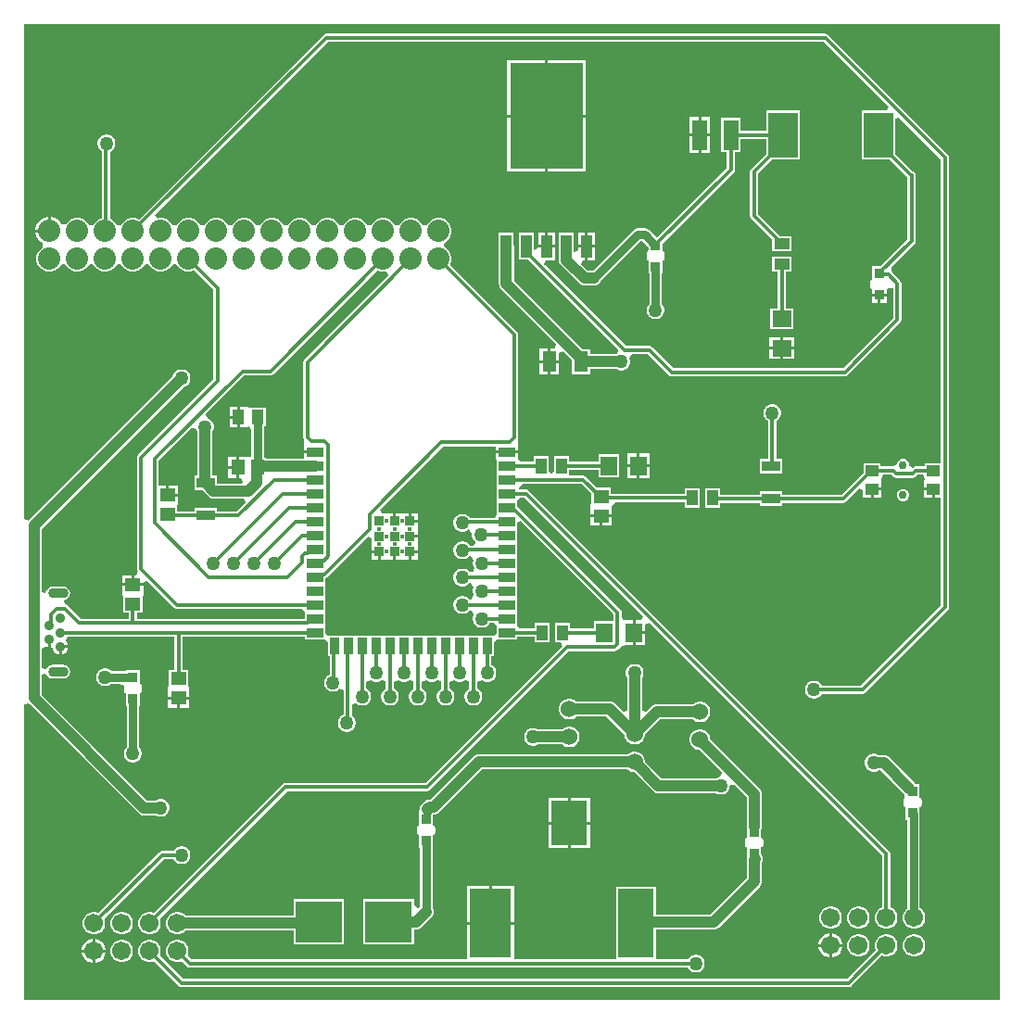
<source format=gbr>
%FSTAX23Y23*%
%MOMM*%
%SFA1B1*%

%IPPOS*%
%ADD17R,1.449997X1.249998*%
%ADD18R,1.249998X1.449997*%
%ADD19R,1.066798X1.346197*%
%ADD20R,4.241792X3.809992*%
%ADD21R,0.888998X0.952498*%
%ADD22R,3.299993X4.059992*%
%ADD23R,3.299993X6.349987*%
%ADD24R,3.809992X6.349987*%
%ADD25R,1.729997X0.969998*%
%ADD26R,1.449997X1.149998*%
%ADD27R,1.369997X2.809994*%
%ADD28R,1.289997X1.909996*%
%ADD29R,2.699995X4.099992*%
%ADD30R,0.899998X0.899998*%
%ADD31R,1.499997X0.899998*%
%ADD32R,0.899998X1.499997*%
%ADD33R,0.999998X1.419997*%
%ADD34R,0.999998X2.049996*%
%ADD35R,6.699987X9.699981*%
%ADD36R,1.419997X0.999998*%
%ADD37R,1.749997X1.499997*%
%ADD38R,1.499997X1.749997*%
%ADD39R,1.199998X0.999998*%
%ADD61C,1.701797*%
%ADD67C,0.761998*%
%ADD68C,1.015998*%
%ADD69C,0.380999*%
%ADD70C,1.523997*%
%ADD71C,2.031996*%
%ADD72C,0.399999*%
%ADD73C,0.899998*%
%ADD74O,1.849996X0.899998*%
%ADD75C,0.749999*%
%ADD76C,1.269997*%
%LNpcb1_copper_signal_top-1*%
%LPD*%
G36*
X32305Y66578D02*
X32608Y66497D01*
X32923*
X33085Y6654*
X33283Y66199*
X25608Y58524*
X25527Y58403*
X25498Y58259*
Y51343*
X25527Y512*
X25579Y51122*
X25564Y50741*
Y50165*
X26568*
Y49911*
X25564*
Y49459*
X22075*
Y49543*
X21892*
Y52362*
X22034*
Y54063*
X20612*
X20358Y5414*
X20262*
X19697*
Y53213*
Y52285*
X20358*
X20577Y52351*
X20753Y52037*
Y49623*
X20373Y49619*
X2012*
X19621*
Y48641*
Y47661*
X19767*
X19971Y4728*
X19899Y47173*
X17596*
Y47862*
X17201*
Y51896*
X17267Y5201*
X17322Y52216*
Y5243*
X17267Y52637*
X1716Y52823*
X17009Y52974*
X16823Y53081*
X16715Y5311*
X16596Y53377*
X16583Y53517*
X20072Y57006*
X22456*
X226Y57035*
X22722Y57116*
X32228Y66622*
X32305Y66578*
G37*
G36*
X89154Y0D02*
X0D01*
Y26965*
X00381Y27094*
X00399Y27069*
X10432Y17036*
X10576Y16926*
X10742Y16857*
X10922Y16834*
X12018*
X12132Y16768*
X12338Y16713*
X12552*
X12759Y16768*
X12945Y16875*
X13096Y17026*
X13203Y17212*
X13258Y17418*
Y17632*
X13203Y17839*
X13096Y18025*
X12945Y18176*
X12759Y18283*
X12552Y18338*
X12338*
X12132Y18283*
X12018Y18217*
X11208*
X0158Y27845*
Y29663*
X01961Y29779*
X01999Y29722*
X02012Y29703*
X02031Y29675*
X02138Y29515*
X02346Y29376*
X0259Y29327*
X0354*
X03785Y29376*
X03993Y29515*
X04132Y29722*
X04181Y29967*
X04132Y30212*
X03993Y3042*
X03785Y30559*
X0354Y30608*
X0259*
X02346Y30559*
X02138Y3042*
X02031Y3026*
X01999Y30212*
X01961Y30156*
X0158Y30272*
Y32063*
X01659Y3214*
X01961Y32267*
X02014Y32236*
X02159Y32198*
Y32893*
X02413*
Y32182*
X02581Y3215*
X02629Y31971*
X02722Y3181*
X02853Y31679*
X03014Y31586*
X03158Y31548*
Y32242*
X03285*
Y32369*
X0398*
X03941Y32514*
X03849Y32675*
X03826Y32697*
X03749Y32827*
X03918Y33159*
X13721*
Y30139*
X13194*
Y28787*
X13117Y28437*
Y28184*
Y27686*
X15075*
Y28184*
Y28437*
X14999Y28787*
Y30139*
X14472*
Y33159*
X25641*
Y329*
X27325*
X27496*
X27706Y32605*
Y3135*
X27888*
Y29715*
X2788Y29713*
X27694Y29606*
X27543Y29455*
X27436Y29269*
X27381Y29062*
Y28848*
X27436Y28642*
X27543Y28456*
X27694Y28305*
X2788Y28198*
X28086Y28143*
X283*
X28507Y28198*
X28693Y28305*
X28777Y28389*
X29054Y28321*
X29158Y28254*
Y26032*
X2915Y2603*
X28964Y25923*
X28813Y25772*
X28706Y25586*
X28651Y25379*
Y25165*
X28706Y24959*
X28813Y24773*
X28964Y24622*
X2915Y24515*
X29356Y2446*
X2957*
X29777Y24515*
X29963Y24622*
X30114Y24773*
X30221Y24959*
X30276Y25165*
Y25379*
X30221Y25586*
X30114Y25772*
X29963Y25923*
X29909Y25954*
Y26974*
X29957Y27008*
X3029Y27106*
X30361Y27035*
X30547Y26928*
X30753Y26873*
X30967*
X31174Y26928*
X3136Y27035*
X31511Y27186*
X31618Y27372*
X31673Y27578*
Y27792*
X31618Y27999*
X31511Y28185*
X3136Y28336*
X31242Y28403*
Y29044*
X31623Y29202*
X31631Y29194*
X31817Y29087*
X32023Y29032*
X32237*
X32444Y29087*
X3263Y29194*
X3265Y29215*
X33031Y29057*
Y28411*
X32901Y28336*
X3275Y28185*
X32643Y27999*
X32588Y27792*
Y27578*
X32643Y27372*
X3275Y27186*
X32901Y27035*
X33087Y26928*
X33293Y26873*
X33507*
X33714Y26928*
X339Y27035*
X34051Y27186*
X34158Y27372*
X34213Y27578*
Y27792*
X34158Y27999*
X34051Y28185*
X339Y28336*
X33782Y28403*
Y29044*
X34163Y29202*
X34171Y29194*
X34357Y29087*
X34563Y29032*
X34777*
X34984Y29087*
X3517Y29194*
X3519Y29215*
X35571Y29057*
Y28411*
X35441Y28336*
X3529Y28185*
X35183Y27999*
X35128Y27792*
Y27578*
X35183Y27372*
X3529Y27186*
X35441Y27035*
X35627Y26928*
X35833Y26873*
X36047*
X36254Y26928*
X3644Y27035*
X36591Y27186*
X36698Y27372*
X36753Y27578*
Y27792*
X36698Y27999*
X36591Y28185*
X3644Y28336*
X36322Y28403*
Y29044*
X36703Y29202*
X36711Y29194*
X36897Y29087*
X37103Y29032*
X37317*
X37524Y29087*
X3771Y29194*
X3773Y29215*
X38111Y29057*
Y28411*
X37981Y28336*
X3783Y28185*
X37723Y27999*
X37668Y27792*
Y27578*
X37723Y27372*
X3783Y27186*
X37981Y27035*
X38167Y26928*
X38373Y26873*
X38587*
X38794Y26928*
X3898Y27035*
X39131Y27186*
X39238Y27372*
X39293Y27578*
Y27792*
X39238Y27999*
X39131Y28185*
X3898Y28336*
X38862Y28403*
Y29044*
X39243Y29202*
X39251Y29194*
X39437Y29087*
X39643Y29032*
X39857*
X40064Y29087*
X4025Y29194*
X4027Y29215*
X40651Y29057*
Y28411*
X40521Y28336*
X4037Y28185*
X40263Y27999*
X40208Y27792*
Y27578*
X40263Y27372*
X4037Y27186*
X40521Y27035*
X40707Y26928*
X40913Y26873*
X41127*
X41334Y26928*
X4152Y27035*
X41671Y27186*
X41778Y27372*
X41833Y27578*
Y27792*
X41778Y27999*
X41671Y28185*
X4152Y28336*
X41402Y28403*
Y29044*
X41783Y29202*
X41791Y29194*
X41977Y29087*
X42183Y29032*
X42397*
X42604Y29087*
X4279Y29194*
X42941Y29345*
X43048Y29531*
X43103Y29737*
Y29951*
X43048Y30158*
X42941Y30344*
X4279Y30495*
X42672Y30562*
Y3135*
X42931*
Y32605*
X43141Y329*
X43312*
X44996*
Y33152*
X46647*
Y3264*
X48002*
Y34415*
X46647*
Y33903*
X45267*
X44996Y3417*
Y34536*
Y35425*
Y35806*
Y36695*
Y37076*
Y37965*
Y38346*
Y39235*
Y39616*
Y40505*
Y40886*
Y41775*
Y42156*
Y43045*
Y4306*
Y43559*
X45348Y43705*
X53824Y35229*
Y3458*
X52078*
Y33903*
X49872*
Y34415*
X48517*
Y3264*
X48969*
X49127Y32259*
X36674Y19806*
X23876*
X23732Y19777*
X2361Y19696*
X11846Y07932*
X11827Y07943*
X11565Y08013*
X11294*
X11032Y07943*
X10798Y07808*
X10606Y07616*
X10471Y07382*
X10401Y0712*
Y06849*
X10471Y06587*
X10606Y06353*
X10798Y06161*
X11032Y06026*
X11294Y05956*
X11565*
X11827Y06026*
X12061Y06161*
X12253Y06353*
X12388Y06587*
X12458Y06849*
Y0712*
X12388Y07382*
X12377Y07401*
X24031Y19055*
X3683*
X36973Y19084*
X37095Y19165*
X49762Y31832*
X5394*
X54083Y31861*
X54205Y31942*
X5442Y32158*
X54497Y32223*
X54698Y32354*
X5492Y32398*
X55578*
Y33528*
Y34656*
X54956*
X54701*
X54575Y34985*
Y35385*
X54547Y35528*
X54465Y3565*
X45152Y44963*
X4503Y45045*
X44996Y45052*
Y45585*
X45267Y45852*
X45691*
X56505Y35037*
X56348Y34656*
X55832*
Y33655*
X56709*
Y34295*
X5709Y34452*
X78364Y13179*
Y08457*
X78342Y08451*
X78108Y08316*
X77916Y08124*
X77781Y0789*
X77711Y07628*
Y07357*
X77781Y07095*
X77916Y06861*
X78108Y06669*
X78342Y06534*
X78604Y06464*
X78875*
X79137Y06534*
X79371Y06669*
X79563Y06861*
X79698Y07095*
X79768Y07357*
Y07628*
X79698Y0789*
X79563Y08124*
X79371Y08316*
X79137Y08451*
X79115Y08457*
Y13335*
X79086Y13478*
X79005Y136*
X46112Y46493*
X4599Y46574*
X45847Y46603*
X45283*
X45197Y46697*
Y46777*
X45539Y47122*
X50911*
X51802Y46231*
Y45424*
X51725Y45074*
Y44821*
Y44323*
X52705*
X53683*
Y44821*
Y45074*
X5368Y4509*
X53987Y45471*
X60363*
Y44959*
X61718*
Y46734*
X60363*
Y46222*
X53607*
Y46776*
X52319*
X51332Y47763*
X5121Y47844*
X51066Y47873*
X50123*
X49745Y4788*
Y48392*
X52459*
Y47715*
X54314*
Y4982*
X52459*
Y49143*
X49745*
Y49655*
X4839*
Y48217*
X48133Y48056*
X47875Y48217*
Y49655*
X4652*
Y49143*
X45375*
X45072Y49333*
Y49911*
X43064*
Y49333*
X43141*
Y48506*
Y4814*
Y47759*
Y4687*
Y46489*
Y456*
Y45219*
Y4433*
X43018Y43999*
X4069*
X40656Y44058*
X40505Y4421*
X40319Y44317*
X40113Y44372*
X39899*
X39692Y44317*
X39507Y4421*
X39355Y44058*
X39248Y43873*
X39193Y43666*
Y43452*
X39248Y43245*
X39355Y4306*
X39507Y42909*
X39692Y42802*
X39899Y42746*
X40113*
X40319Y42802*
X40505Y42909*
X40549Y42953*
X40623Y42947*
X40635Y42942*
X40902Y42587*
Y42373*
X40958Y42166*
X41065Y41981*
X41184Y41862*
X41167Y4172*
X41058Y41481*
X40702*
X40655Y41562*
X40504Y41713*
X40318Y4182*
X40111Y41876*
X39897*
X39691Y4182*
X39505Y41713*
X39354Y41562*
X39247Y41377*
X39192Y4117*
Y40956*
X39247Y40749*
X39354Y40564*
X39505Y40412*
X39691Y40305*
X39897Y4025*
X40111*
X40318Y40305*
X40504Y40412*
X40621Y4053*
X40791Y40543*
X40818Y40519*
X40969Y4028*
X41009Y40131*
X4097Y39984*
Y3977*
X41025Y39564*
X41103Y39429*
X41017Y39212*
X40915Y39066*
X40658Y39059*
X40655Y39064*
X40504Y39216*
X40318Y39323*
X40111Y39378*
X39897*
X39691Y39323*
X39505Y39216*
X39354Y39064*
X39247Y38879*
X39192Y38672*
Y38458*
X39247Y38251*
X39354Y38066*
X39505Y37915*
X39691Y37808*
X39897Y37752*
X40111*
X40318Y37808*
X40504Y37915*
X40627Y38038*
X4078Y38047*
X4082Y3804*
X41021Y37659*
X4102Y37632*
X4097Y37444*
Y3723*
X41025Y37024*
X41049Y36981*
X40888Y36619*
X40854Y36589*
X40655Y36567*
X40504Y36718*
X40318Y36825*
X40111Y3688*
X39897*
X39691Y36825*
X39505Y36718*
X39354Y36567*
X39247Y36381*
X39192Y36174*
Y3596*
X39247Y35754*
X39354Y35568*
X39505Y35417*
X39691Y3531*
X39897Y35255*
X40111*
X40318Y3531*
X40504Y35417*
X40655Y35568*
X40854Y35546*
X40888Y35516*
X41049Y35153*
X41025Y35111*
X4097Y34904*
Y3469*
X41025Y34484*
X41132Y34298*
X41283Y34147*
X41469Y3404*
X41675Y33985*
X41889*
X42096Y3404*
X42282Y34147*
X42433Y34298*
X42504Y34422*
X4287*
X43141Y34155*
Y33789*
Y335*
X42931Y33205*
X4276*
X41676*
X41295*
X40406*
X40025*
X39136*
X38755*
X37866*
X37485*
X36596*
X36215*
X35326*
X34945*
X34056*
X33675*
X32786*
X32405*
X31516*
X31135*
X30246*
X29865*
X28976*
X28595*
X27706*
X27496Y335*
Y34155*
Y3417*
Y35059*
Y35425*
Y35806*
Y36695*
Y37076*
Y37965*
Y38513*
X2753Y3852*
X27652Y38601*
X31362Y42312*
X31714Y42166*
Y41613*
Y41044*
X32418*
Y40917*
X32545*
Y40213*
X33691*
Y40917*
X33945*
Y40213*
X35091*
Y40917*
X35218*
Y41044*
X35922*
Y41613*
Y4219*
X35218*
Y42444*
X35922*
Y43013*
Y4359*
X35218*
Y43717*
X35091*
Y44421*
X33945*
Y43717*
X33691*
Y44421*
X32623*
X32477Y44773*
X3826Y50556*
X43064*
Y50165*
X45072*
Y50741*
X45058Y51122*
X4511Y512*
X45138Y51343*
Y60773*
X4511Y60917*
X45028Y61038*
X38914Y67153*
X38958Y6723*
X39039Y67533*
Y67848*
X38958Y68151*
X38801Y68423*
X38578Y68646*
X384Y68749*
X38363Y68896*
Y69024*
X384Y69172*
X38578Y69275*
X38801Y69497*
X38958Y6977*
X39039Y70073*
Y70388*
X38958Y70691*
X38801Y70963*
X38578Y71186*
X38306Y71343*
X38003Y71424*
X37688*
X37385Y71343*
X37112Y71186*
X3689Y70963*
X36787Y70785*
X36639Y70748*
X36511*
X36364Y70785*
X36261Y70963*
X36038Y71186*
X35766Y71343*
X35463Y71424*
X35148*
X34845Y71343*
X34572Y71186*
X3435Y70963*
X34247Y70785*
X34099Y70748*
X33971*
X33824Y70785*
X33721Y70963*
X33498Y71186*
X33226Y71343*
X32923Y71424*
X32608*
X32305Y71343*
X32032Y71186*
X3181Y70963*
X31707Y70785*
X31559Y70748*
X31431*
X31284Y70785*
X31181Y70963*
X30958Y71186*
X30686Y71343*
X30383Y71424*
X30068*
X29765Y71343*
X29492Y71186*
X2927Y70963*
X29167Y70785*
X29019Y70748*
X28891*
X28744Y70785*
X28641Y70963*
X28418Y71186*
X28146Y71343*
X27843Y71424*
X27528*
X27225Y71343*
X26952Y71186*
X2673Y70963*
X26627Y70785*
X26479Y70748*
X26351*
X26204Y70785*
X26101Y70963*
X25878Y71186*
X25606Y71343*
X25303Y71424*
X24988*
X24685Y71343*
X24412Y71186*
X2419Y70963*
X24087Y70785*
X23939Y70748*
X23811*
X23664Y70785*
X23561Y70963*
X23338Y71186*
X23066Y71343*
X22763Y71424*
X22448*
X22145Y71343*
X21872Y71186*
X2165Y70963*
X21547Y70785*
X21399Y70748*
X21271*
X21124Y70785*
X21021Y70963*
X20798Y71186*
X20526Y71343*
X20223Y71424*
X19908*
X19605Y71343*
X19332Y71186*
X1911Y70963*
X19007Y70785*
X18859Y70748*
X18731*
X18584Y70785*
X18481Y70963*
X18258Y71186*
X17986Y71343*
X17683Y71424*
X17368*
X17065Y71343*
X16792Y71186*
X1657Y70963*
X16467Y70785*
X16319Y70748*
X16191*
X16044Y70785*
X15941Y70963*
X15718Y71186*
X15446Y71343*
X15143Y71424*
X14828*
X14525Y71343*
X14252Y71186*
X1403Y70963*
X13927Y70785*
X13779Y70748*
X13651*
X13504Y70785*
X13401Y70963*
X13178Y71186*
X12906Y71343*
X12603Y71424*
X12288*
X12126Y71381*
X11928Y71722*
X27714Y87508*
X73018*
X78952Y81573*
X78806Y81221*
X76507*
Y76766*
X79031*
X80681Y75116*
Y69471*
X78196Y66986*
X77482*
Y65795*
X77457*
X77387Y65781*
X77329Y65742*
X77289Y65683*
X77275Y65614*
Y65106*
X77289Y65037*
X77329Y64978*
X77387Y64939*
X77406Y64935*
Y64516*
X78105*
X78803*
Y64882*
X78916Y64982*
X79197Y65015*
X79302Y65007*
X7938Y64955*
Y62258*
X74797Y57675*
X59314*
X57378Y59611*
X57256Y59693*
X57112Y59721*
X54988*
X47507Y67202*
X47652Y67554*
X48453*
Y68707*
X47699*
X46945*
Y68701*
X46564Y68497*
X46547Y68509*
Y70036*
X45192*
Y67631*
X46016*
X54226Y59421*
X54221Y59243*
X54158Y59022*
X54124Y58984*
X51685*
Y59425*
X51018*
X44731Y65712*
Y68834*
X44717Y68939*
Y70036*
X43362*
Y68939*
X43348Y68834*
Y65425*
X43371Y65246*
X4344Y6508*
X4355Y64936*
X48604Y59882*
X48446Y59501*
X48069*
Y5842*
X48841*
Y59106*
X49222Y59264*
X5004Y58447*
Y5716*
X51685*
Y57601*
X54056*
X54215Y57509*
X54422Y57453*
X54636*
X54843Y57509*
X55028Y57616*
X55179Y57767*
X55286Y57953*
X55342Y58159*
Y58373*
X55286Y5858*
X55281Y58589*
X5549Y5897*
X56957*
X58893Y57034*
X59015Y56952*
X59159Y56924*
X74952*
X75096Y56952*
X75218Y57034*
X80021Y61837*
X80102Y61959*
X80131Y62103*
Y6543*
X80102Y65574*
X80021Y65695*
X79264Y66453*
X79202Y66667*
X79203Y66923*
X79207Y66935*
X81322Y6905*
X81403Y69171*
X81432Y69315*
Y75311*
X81403Y75454*
X81322Y75576*
X81205Y75654*
X79562Y77297*
Y80465*
X79914Y80611*
X83732Y76793*
Y49003*
X82286*
Y48701*
X81436*
X81293Y48672*
X81171Y48591*
X81164Y48584*
X80907Y487*
X80816Y48775*
Y4896*
X80732Y49164*
X80577Y49319*
X80373Y49403*
X80153*
X7995Y49319*
X79795Y49164*
X79721Y48985*
X79692Y48944*
X7936Y48701*
X79359Y48701*
X78241*
Y49003*
X76686*
Y48179*
X74646Y46139*
X69241*
Y46426*
X67156*
Y46139*
X63588*
Y46734*
X62233*
Y44959*
X63588*
Y45388*
X67156*
Y45101*
X69241*
Y45388*
X74801*
X74945Y45417*
X75067Y45498*
X76257Y46688*
X76609Y46543*
Y45871*
X77336*
Y46625*
X77463*
Y46752*
X78317*
Y47379*
X78272Y47587*
X78451Y4795*
X79205*
X79389Y47765*
X79511Y47684*
X79655Y47655*
X81142*
X81285Y47684*
X81407Y47765*
X81592Y4795*
X82076*
X82263Y47569*
X82209Y47379*
Y47298*
Y46752*
X83063*
Y46625*
X8319*
Y45871*
X83732*
Y36004*
X76425Y28696*
X72857*
X72786Y2882*
X72635Y28971*
X72449Y29078*
X72242Y29133*
X72028*
X71822Y29078*
X71636Y28971*
X71485Y2882*
X71378Y28634*
X71323Y28427*
Y28213*
X71378Y28007*
X71485Y27821*
X71636Y2767*
X71822Y27563*
X72028Y27508*
X72242*
X72449Y27563*
X72635Y2767*
X72786Y27821*
X72857Y27945*
X76581*
X76724Y27974*
X76846Y28055*
X84373Y35582*
X84455Y35704*
X84483Y35848*
Y76949*
X84455Y77092*
X84373Y77214*
X73439Y88149*
X73317Y8823*
X73173Y88259*
X27559*
X27415Y8823*
X27293Y88149*
X10443Y71299*
X10366Y71343*
X10063Y71424*
X09748*
X09445Y71343*
X09172Y71186*
X0895Y70963*
X08847Y70785*
X08699Y70748*
X08571*
X08424Y70785*
X08321Y70963*
X08098Y71186*
X07826Y71343*
X07804Y71349*
Y77474*
X07806Y77474*
X07992Y77581*
X08143Y77732*
X0825Y77918*
X08305Y78124*
Y78338*
X0825Y78545*
X08143Y78731*
X07992Y78882*
X07806Y78989*
X07599Y79044*
X07385*
X07179Y78989*
X06993Y78882*
X06842Y78731*
X06735Y78545*
X0668Y78338*
Y78124*
X06735Y77918*
X06842Y77732*
X06993Y77581*
X07053Y77546*
Y71383*
X06905Y71343*
X06632Y71186*
X0641Y70963*
X06307Y70785*
X06159Y70748*
X06031*
X05884Y70785*
X05781Y70963*
X05558Y71186*
X05286Y71343*
X04983Y71424*
X04668*
X04365Y71343*
X04092Y71186*
X0387Y70963*
X03808Y70856*
X03801Y70853*
X03382Y70872*
X03302Y7101*
X03065Y71247*
X02776Y71414*
X02453Y71501*
X02413*
Y70231*
X02286*
Y70104*
X01016*
Y70063*
X01102Y6974*
X01269Y69451*
X01506Y69214*
X01644Y69134*
X01662Y68715*
X01659Y68708*
X01552Y68646*
X0133Y68423*
X01173Y68151*
X01092Y67848*
Y67533*
X01173Y6723*
X0133Y66957*
X01552Y66735*
X01825Y66578*
X02128Y66497*
X02443*
X02746Y66578*
X03018Y66735*
X03241Y66957*
X03344Y67136*
X03491Y67173*
X03619*
X03767Y67136*
X0387Y66957*
X04092Y66735*
X04365Y66578*
X04668Y66497*
X04983*
X05286Y66578*
X05558Y66735*
X05781Y66957*
X05884Y67136*
X06031Y67173*
X06159*
X06307Y67136*
X0641Y66957*
X06632Y66735*
X06905Y66578*
X07208Y66497*
X07523*
X07826Y66578*
X08098Y66735*
X08321Y66957*
X08424Y67136*
X08571Y67173*
X08699*
X08847Y67136*
X0895Y66957*
X09172Y66735*
X09445Y66578*
X09748Y66497*
X10063*
X10366Y66578*
X10638Y66735*
X10861Y66957*
X10964Y67136*
X11111Y67173*
X11239*
X11387Y67136*
X1149Y66957*
X11712Y66735*
X11985Y66578*
X12288Y66497*
X12603*
X12906Y66578*
X13178Y66735*
X13401Y66957*
X13504Y67136*
X13651Y67173*
X13779*
X13927Y67136*
X1403Y66957*
X14252Y66735*
X14525Y66578*
X14828Y66497*
X15143*
X15446Y66578*
X15523Y66622*
X17277Y64868*
Y5667*
X10402Y49795*
X10321Y49673*
X10292Y4953*
Y3937*
X10321Y39226*
X10359Y39168*
X10242Y38787*
X10033*
Y38035*
X10884*
Y38124*
X11236Y38269*
X13704Y35802*
X13826Y35721*
X1397Y35692*
X2537*
X25641Y35425*
Y34798*
X10281*
Y35328*
X10808*
Y3668*
X10884Y37029*
Y37283*
Y37781*
X09906*
X08926*
Y37283*
Y37029*
X09003Y3668*
Y35328*
X0953*
Y34798*
X05127*
X03921Y36002*
X038Y36084*
X03656Y36112*
X03621Y36493*
X03785Y36526*
X03993Y36665*
X04132Y36873*
X04181Y37117*
X04132Y37362*
X03993Y3757*
X03785Y37709*
X0354Y37758*
X0259*
X02346Y37709*
X02138Y3757*
X01999Y37362*
X01961Y37172*
X0158Y37209*
Y4302*
X14537Y55977*
X14664Y56011*
X1485Y56118*
X15001Y56269*
X15108Y56455*
X15163Y56661*
Y56875*
X15108Y57082*
X15001Y57268*
X1485Y57419*
X14664Y57526*
X14457Y57581*
X14243*
X14037Y57526*
X13851Y57419*
X137Y57268*
X13593Y57082*
X13559Y56955*
X00399Y43796*
X00381Y43771*
X0Y439*
Y89154*
X89154*
Y0*
G37*
G36*
X15456Y52237D02*
X15723Y52118D01*
X15752Y5201*
X15818Y51896*
Y47862*
X15511*
Y46537*
X16238*
X16782Y45992*
X16926Y45882*
X17092Y45813*
X17272Y4579*
X20032*
X2019Y45409*
X19396Y44615*
X17596*
Y44902*
X15511*
Y44615*
X13983*
Y45064*
X14059Y45282*
Y45414*
Y45984*
X13081*
Y46111*
X12954*
Y4694*
X12286*
Y4922*
X15316Y5225*
X15456Y52237*
G37*
%LNpcb1_copper_signal_top-2*%
%LPC*%
G36*
X19443Y5414D02*
X18783D01*
Y5334*
X19443*
Y5414*
G37*
G36*
Y53086D02*
X18783D01*
Y52285*
X19443*
Y53086*
G37*
G36*
X19367Y49619D02*
X18615D01*
Y48768*
X19367*
Y49619*
G37*
G36*
Y48514D02*
X18615D01*
Y47661*
X19367*
Y48514*
G37*
G36*
X51303Y85837D02*
X47826D01*
Y8086*
X51303*
Y85837*
G37*
G36*
X47572D02*
X44095D01*
Y8086*
X47572*
Y85837*
G37*
G36*
X70812Y81221D02*
X67757D01*
Y79369*
X65401*
Y80576*
X63676*
Y77411*
X64163*
Y75984*
X57779Y696*
X57084Y70295*
X56899Y70419*
X56681Y70462*
X5605*
X55832Y70419*
X55647Y70295*
X51955Y66604*
X51467*
X50898Y67173*
X51055Y67554*
X51232*
Y68707*
X50605*
Y68459*
X50224Y68256*
X50221Y68258*
Y68834*
X50207Y68939*
Y70036*
X48852*
Y68939*
X48838Y68834*
Y67564*
X48861Y67384*
X4893Y67218*
X4904Y67074*
X50691Y65423*
X50835Y65313*
X51001Y65244*
X51181Y65221*
X5207*
X52248Y65244*
X52415Y65313*
X52559Y65423*
X52668Y65567*
X52738Y65733*
X52744Y65781*
X56286Y69323*
X56445*
X57008Y6876*
X57009Y68563*
X56981Y68374*
X5694Y68366*
X56882Y68327*
X56842Y68268*
X56828Y68199*
Y67691*
X56842Y67621*
X56882Y67562*
X5694Y67523*
X5701Y67509*
X57035*
Y66319*
X57088*
Y63571*
X57007Y63491*
X569Y63305*
X56845Y63098*
Y62884*
X569Y62678*
X57007Y62492*
X57158Y62341*
X57344Y62234*
X5755Y62179*
X57764*
X57971Y62234*
X58157Y62341*
X58308Y62492*
X58415Y62678*
X5847Y62884*
Y63098*
X58415Y63305*
X58308Y63491*
X58227Y63571*
Y66319*
X5828*
Y67509*
X58305*
X58375Y67523*
X58433Y67562*
X58473Y67621*
X58486Y67691*
Y68199*
X58473Y68268*
X58433Y68327*
X58375Y68366*
X58305Y6838*
X5828*
Y69039*
X64804Y75563*
X64885Y75685*
X64914Y75829*
Y77411*
X65401*
Y78618*
X67757*
Y77297*
X66409Y75949*
X66328Y75827*
X66299Y75683*
Y71592*
X66328Y71449*
X66409Y71327*
X68319Y69416*
Y69362*
X68327Y69326*
Y68375*
X70102*
Y6973*
X69032*
X68961Y69837*
X6705Y71748*
Y75528*
X68288Y76766*
X70812*
Y81221*
G37*
G36*
X62637Y80652D02*
X61825D01*
Y79121*
X62637*
Y80652*
G37*
G36*
X61571D02*
X60759D01*
Y79121*
X61571*
Y80652*
G37*
G36*
X62637Y78867D02*
X61825D01*
Y77334*
X62637*
Y78867*
G37*
G36*
X61571D02*
X60759D01*
Y77334*
X61571*
Y78867*
G37*
G36*
X51303Y80606D02*
X47826D01*
Y75629*
X51303*
Y80606*
G37*
G36*
X47572D02*
X44095D01*
Y75629*
X47572*
Y80606*
G37*
G36*
X02159Y71501D02*
X02118D01*
X01795Y71414*
X01506Y71247*
X01269Y7101*
X01102Y70721*
X01016Y70398*
Y70358*
X02159*
Y71501*
G37*
G36*
X48453Y70112D02*
X47826D01*
Y68961*
X48453*
Y70112*
G37*
G36*
X52113D02*
X51486D01*
Y68961*
X52113*
Y70112*
G37*
G36*
X51232D02*
X50605D01*
Y68961*
X51232*
Y70112*
G37*
G36*
X47572D02*
X46945D01*
Y68961*
X47572*
Y70112*
G37*
G36*
X52113Y68707D02*
X51486D01*
Y67554*
X52113*
Y68707*
G37*
G36*
X78803Y64262D02*
X78232D01*
Y63658*
X78803*
Y64262*
G37*
G36*
X77978D02*
X77406D01*
Y63658*
X77978*
Y64262*
G37*
G36*
X70102Y6786D02*
X68327D01*
Y66505*
X68839*
Y63157*
X68162*
Y61302*
X70267*
Y63157*
X6959*
Y66505*
X70102*
Y6786*
G37*
G36*
X70343Y60533D02*
X69342D01*
Y59656*
X70343*
Y60533*
G37*
G36*
X69088D02*
X68085D01*
Y59656*
X69088*
Y60533*
G37*
G36*
X70343Y59402D02*
X69342D01*
Y58525*
X70343*
Y59402*
G37*
G36*
X69088D02*
X68085D01*
Y58525*
X69088*
Y59402*
G37*
G36*
X47815Y59501D02*
X47043D01*
Y5842*
X47815*
Y59501*
G37*
G36*
X48841Y58166D02*
X48069D01*
Y57083*
X48841*
Y58166*
G37*
G36*
X47815D02*
X47043D01*
Y57083*
X47815*
Y58166*
G37*
G36*
X5709Y49896D02*
X56213D01*
Y48895*
X5709*
Y49896*
G37*
G36*
X55959D02*
X55082D01*
Y48895*
X55959*
Y49896*
G37*
G36*
X68432Y54406D02*
X68218D01*
X68012Y54351*
X67826Y54244*
X67675Y54093*
X67568Y53907*
X67513Y537*
Y53486*
X67568Y5328*
X67675Y53094*
X67826Y52943*
X6795Y52872*
Y49386*
X67156*
Y48061*
X69241*
Y49386*
X68701*
Y52872*
X68825Y52943*
X68976Y53094*
X69083Y5328*
X69138Y53486*
Y537*
X69083Y53907*
X68976Y54093*
X68825Y54244*
X68639Y54351*
X68432Y54406*
G37*
G36*
X5709Y48641D02*
X56213D01*
Y47638*
X5709*
Y48641*
G37*
G36*
X55959D02*
X55082D01*
Y47638*
X55959*
Y48641*
G37*
G36*
X82936Y46498D02*
X82209D01*
Y45871*
X82936*
Y46498*
G37*
G36*
X78317D02*
X7759D01*
Y45871*
X78317*
Y46498*
G37*
G36*
X80373Y46653D02*
X80153D01*
X7995Y46569*
X79795Y46414*
X79711Y4621*
Y4599*
X79795Y45787*
X7995Y45632*
X80153Y45548*
X80373*
X80577Y45632*
X80732Y45787*
X80816Y4599*
Y4621*
X80732Y46414*
X80577Y46569*
X80373Y46653*
G37*
G36*
X35922Y44421D02*
X35345D01*
Y43844*
X35922*
Y44421*
G37*
G36*
X53683Y44069D02*
X52832D01*
Y43316*
X53683*
Y44069*
G37*
G36*
X52578D02*
X51725D01*
Y43316*
X52578*
Y44069*
G37*
G36*
X35922Y4079D02*
X35345D01*
Y40213*
X35922*
Y4079*
G37*
G36*
X32291D02*
X31714D01*
Y40213*
X32291*
Y4079*
G37*
G36*
X09779Y38787D02*
X08926D01*
Y38035*
X09779*
Y38787*
G37*
G36*
X56709Y33401D02*
X55832D01*
Y32398*
X56709*
Y33401*
G37*
G36*
X0398Y32115D02*
X03412D01*
Y31548*
X03557Y31586*
X03718Y31679*
X03849Y3181*
X03941Y31971*
X0398Y32115*
G37*
G36*
X15075Y27432D02*
X14224D01*
Y26679*
X15075*
Y27432*
G37*
G36*
X1397D02*
X13117D01*
Y26679*
X1397*
Y27432*
G37*
G36*
X55859Y30657D02*
X55645D01*
X55439Y30602*
X55253Y30495*
X55102Y30344*
X54995Y30158*
X5494Y29951*
Y29737*
X54995Y29531*
X55061Y29417*
Y26424*
X54709Y26278*
X53956Y27032*
X53812Y27141*
X53645Y27211*
X53467Y27234*
X50421*
X5036Y27294*
X50146Y27418*
X49907Y27482*
X4966*
X49421Y27418*
X49206Y27294*
X49031Y2712*
X48908Y26905*
X48844Y26666*
Y26419*
X48908Y2618*
X49031Y25965*
X49206Y2579*
X49421Y25667*
X4966Y25603*
X49907*
X50146Y25667*
X5036Y2579*
X50421Y25851*
X5318*
X54813Y24218*
Y24133*
X54877Y23894*
X55Y23679*
X55175Y23504*
X5539Y23381*
X55629Y23317*
X55876*
X56115Y23381*
X5633Y23504*
X56504Y23679*
X56628Y23894*
X56692Y24133*
Y24218*
X58071Y25597*
X61084*
X61144Y25536*
X61359Y25413*
X61598Y25349*
X61845*
X62084Y25413*
X62298Y25536*
X62473Y25711*
X62597Y25926*
X62661Y26165*
Y26412*
X62597Y26651*
X62473Y26866*
X62298Y2704*
X62084Y27164*
X61845Y27228*
X61598*
X61359Y27164*
X61144Y2704*
X61084Y2698*
X57785*
X57605Y26957*
X57439Y26888*
X57295Y26778*
X56796Y26278*
X56444Y26424*
Y29417*
X5651Y29531*
X56565Y29737*
Y29951*
X5651Y30158*
X56403Y30344*
X56252Y30495*
X56066Y30602*
X55859Y30657*
G37*
G36*
X49907Y24942D02*
X4966D01*
X49421Y24878*
X49206Y24754*
X49146Y24694*
X46909*
X46795Y2476*
X46588Y24815*
X46374*
X46168Y2476*
X45982Y24653*
X45831Y24502*
X45724Y24316*
X45669Y24109*
Y23895*
X45724Y23689*
X45831Y23503*
X45982Y23352*
X46168Y23245*
X46374Y2319*
X46588*
X46795Y23245*
X46909Y23311*
X49146*
X49206Y2325*
X49421Y23127*
X4966Y23063*
X49907*
X50146Y23127*
X5036Y2325*
X50535Y23425*
X50659Y2364*
X50723Y23879*
Y24126*
X50659Y24365*
X50535Y24579*
X5036Y24754*
X50146Y24878*
X49907Y24942*
G37*
G36*
X07472Y30276D02*
X07258D01*
X07052Y30221*
X06866Y30114*
X06715Y29963*
X06608Y29777*
X06553Y2957*
Y29356*
X06608Y2915*
X06715Y28964*
X06866Y28813*
X07052Y28706*
X07258Y28651*
X07472*
X07679Y28706*
X07865Y28813*
X07901Y28849*
X08719*
X09076Y28702*
Y28194*
X0909Y28124*
X0913Y28065*
X09188Y28026*
X09258Y28012*
X09283*
Y26822*
X09336*
Y23058*
X09255Y22978*
X09148Y22792*
X09093Y22585*
Y22371*
X09148Y22165*
X09255Y21979*
X09406Y21828*
X09592Y21721*
X09798Y21666*
X10012*
X10219Y21721*
X10405Y21828*
X10556Y21979*
X10663Y22165*
X10718Y22371*
Y22585*
X10663Y22792*
X10556Y22978*
X10475Y23058*
Y26822*
X10528*
Y28012*
X10553*
X10623Y28026*
X10681Y28065*
X10721Y28124*
X10734Y28194*
Y28702*
X10721Y28771*
X10681Y2883*
X10623Y28869*
X10553Y28883*
X10528*
Y30073*
X09283*
Y29989*
X0799*
X07865Y30114*
X07679Y30221*
X07472Y30276*
G37*
G36*
X61845Y24688D02*
X61598D01*
X61359Y24624*
X61144Y245*
X60969Y24325*
X60846Y24111*
X60782Y23872*
Y23625*
X60846Y23386*
X60969Y23171*
X61144Y22996*
X61359Y22873*
X61598Y22809*
X61683*
X63745Y20746*
X63583Y2037*
X63519*
X63313Y20315*
X63199Y20249*
X58198*
X56692Y21755*
Y2184*
X56628Y22079*
X56504Y22294*
X5633Y22468*
X56115Y22592*
X55876Y22656*
X55629*
X5539Y22592*
X55175Y22468*
X55115Y22408*
X41541*
X41362Y22385*
X41195Y22315*
X41052Y22206*
X37127Y18281*
X3702*
X36841Y18257*
X36674Y18188*
X36531Y18078*
X3634Y17888*
X3623Y17744*
X36161Y17577*
X36147Y17472*
X3608Y17119*
Y15929*
X36055*
X35985Y15915*
X35927Y15876*
X35887Y15817*
X35873Y15748*
Y1524*
X35887Y1517*
X35927Y15111*
X35985Y15072*
X36055Y15058*
X3608*
Y13868*
X36133*
Y08515*
X35966Y08385*
X35585Y08572*
Y09194*
X30988*
Y05029*
X35585*
Y0642*
X35814*
X35992Y06443*
X36159Y06512*
X36303Y06622*
X37192Y07511*
X37302Y07655*
X37371Y07821*
X37394Y08001*
X37371Y08179*
X37302Y08346*
X37272Y08384*
Y13868*
X37325*
Y15058*
X3735*
X3742Y15072*
X37478Y15111*
X37518Y1517*
X37531Y1524*
Y15748*
X37518Y15817*
X37478Y15876*
X3742Y15915*
X3735Y15929*
X37325*
Y1683*
X37334Y16897*
X37414*
X37593Y16921*
X3776Y1699*
X37903Y171*
X41828Y21025*
X55115*
X55175Y20964*
X5539Y20841*
X55629Y20777*
X55714*
X57422Y19068*
X57566Y18958*
X57732Y18889*
X57912Y18866*
X63199*
X63313Y188*
X63519Y18745*
X63733*
X6394Y188*
X64126Y18907*
X64277Y19058*
X64384Y19244*
X64439Y1945*
Y19514*
X64815Y19676*
X65983Y18509*
Y1583*
X66006Y15651*
X66052Y1554*
Y14786*
X66027*
X65957Y14772*
X65899Y14733*
X65859Y14674*
X65845Y14605*
Y14097*
X65859Y14027*
X65899Y13968*
X65957Y13929*
X66027Y13915*
X66052*
Y1295*
X66034Y12906*
X66011Y12727*
Y11109*
X62657Y07756*
X57707*
Y10337*
X54052*
Y03677*
X44748*
Y06858*
X4043*
Y03677*
X15268*
X14917Y04028*
X14928Y04047*
X14998Y04309*
Y0458*
X14928Y04842*
X14793Y05076*
X14601Y05268*
X14367Y05403*
X14105Y05473*
X13834*
X13572Y05403*
X13338Y05268*
X13146Y05076*
X13011Y04842*
X12941Y0458*
Y04309*
X13011Y04047*
X13146Y03813*
X13338Y03621*
X13572Y03486*
X13834Y03416*
X14105*
X14367Y03486*
X14386Y03497*
X14847Y03036*
X14969Y02955*
X15113Y02926*
X60619*
X6069Y02802*
X60841Y02651*
X61027Y02544*
X61233Y02489*
X61447*
X61654Y02544*
X6184Y02651*
X61991Y02802*
X62098Y02988*
X62153Y03194*
Y03408*
X62098Y03615*
X61991Y03801*
X6184Y03952*
X61654Y04059*
X61447Y04114*
X61233*
X61027Y04059*
X60841Y03952*
X6069Y03801*
X60619Y03677*
X57707*
Y06372*
X62944*
X63123Y06396*
X6329Y06465*
X63433Y06575*
X67191Y10333*
X67301Y10476*
X6737Y10643*
X67394Y10822*
Y12472*
X674Y12481*
X6747Y12647*
X67493Y12827*
X6747Y13005*
X674Y13172*
X67297Y13308*
Y13915*
X67322*
X67392Y13929*
X6745Y13968*
X6749Y14027*
X67503Y14097*
Y14605*
X6749Y14674*
X6745Y14733*
X67392Y14772*
X67322Y14786*
X67297*
Y1554*
X67343Y15651*
X67366Y1583*
Y18796*
X67343Y18974*
X67273Y19141*
X67164Y19285*
X62661Y23787*
Y23872*
X62597Y24111*
X62473Y24325*
X62298Y245*
X62084Y24624*
X61845Y24688*
G37*
G36*
X51683Y18408D02*
X49906D01*
Y16251*
X51683*
Y18408*
G37*
G36*
X49652D02*
X47875D01*
Y16251*
X49652*
Y18408*
G37*
G36*
X51683Y15997D02*
X49906D01*
Y1384*
X51683*
Y15997*
G37*
G36*
X49652D02*
X47875D01*
Y1384*
X49652*
Y15997*
G37*
G36*
X14457Y1402D02*
X14243D01*
X14037Y13965*
X13851Y13858*
X137Y13707*
X13629Y13583*
X12573*
X12429Y13554*
X12307Y13473*
X06766Y07932*
X06747Y07943*
X06485Y08013*
X06214*
X05952Y07943*
X05718Y07808*
X05526Y07616*
X05391Y07382*
X05321Y0712*
Y06849*
X05391Y06587*
X05526Y06353*
X05718Y06161*
X05952Y06026*
X06214Y05956*
X06485*
X06747Y06026*
X06981Y06161*
X07173Y06353*
X07308Y06587*
X07378Y06849*
Y0712*
X07308Y07382*
X07297Y07401*
X12728Y12832*
X13629*
X137Y12708*
X13851Y12557*
X14037Y1245*
X14243Y12395*
X14457*
X14664Y1245*
X1485Y12557*
X15001Y12708*
X15108Y12894*
X15163Y131*
Y13314*
X15108Y13521*
X15001Y13707*
X1485Y13858*
X14664Y13965*
X14457Y1402*
G37*
G36*
X2921Y09194D02*
X24612D01*
Y07676*
X14733*
X14601Y07808*
X14367Y07943*
X14105Y08013*
X13834*
X13572Y07943*
X13338Y07808*
X13146Y07616*
X13011Y07382*
X12941Y0712*
Y06849*
X13011Y06587*
X13146Y06353*
X13338Y06161*
X13572Y06026*
X13834Y05956*
X14105*
X14367Y06026*
X14601Y06161*
X14733Y06293*
X24612*
Y05029*
X2921*
Y09194*
G37*
G36*
X44748Y10414D02*
X42716D01*
Y07112*
X44748*
Y10414*
G37*
G36*
X42462D02*
X4043D01*
Y07112*
X42462*
Y10414*
G37*
G36*
X77703Y22466D02*
X77489D01*
X77283Y2241*
X77097Y22303*
X76946Y22152*
X76839Y21967*
X76784Y2176*
Y21546*
X76839Y21339*
X76946Y21154*
X77097Y21003*
X77283Y20896*
X77489Y2084*
X77703*
X7791Y20896*
X77993Y20943*
X78236*
X80355Y18824*
X80377Y18721*
X80377Y18426*
X80346Y18369*
X80337Y18357*
X80323Y18288*
Y1778*
X80337Y1771*
X80377Y17651*
X80435Y17612*
X80505Y17598*
X8053*
Y16408*
X80646*
Y08314*
X80456Y08124*
X80321Y0789*
X80251Y07628*
Y07357*
X80321Y07095*
X80456Y06861*
X80648Y06669*
X80882Y06534*
X81144Y06464*
X81415*
X81677Y06534*
X81911Y06669*
X82103Y06861*
X82238Y07095*
X82308Y07357*
Y07628*
X82238Y0789*
X82103Y08124*
X81911Y08316*
X81786Y08388*
Y16998*
X81775Y17053*
Y17598*
X818*
X8187Y17612*
X81928Y17651*
X81968Y1771*
X81981Y1778*
Y18288*
X81968Y18357*
X81928Y18416*
X8187Y18455*
X818Y18469*
X81775*
Y19659*
X81449*
X81356Y1978*
X79012Y22124*
X78868Y22234*
X78702Y22303*
X78523Y22327*
X78055*
X7791Y2241*
X77703Y22466*
G37*
G36*
X76335Y08521D02*
X76064D01*
X75802Y08451*
X75568Y08316*
X75376Y08124*
X75241Y0789*
X75171Y07628*
Y07357*
X75241Y07095*
X75376Y06861*
X75568Y06669*
X75802Y06534*
X76064Y06464*
X76335*
X76597Y06534*
X76831Y06669*
X77023Y06861*
X77158Y07095*
X77228Y07357*
Y07628*
X77158Y0789*
X77023Y08124*
X76831Y08316*
X76597Y08451*
X76335Y08521*
G37*
G36*
X73795D02*
X73524D01*
X73262Y08451*
X73028Y08316*
X72836Y08124*
X72701Y0789*
X72631Y07628*
Y07357*
X72701Y07095*
X72836Y06861*
X73028Y06669*
X73262Y06534*
X73524Y06464*
X73795*
X74057Y06534*
X74291Y06669*
X74483Y06861*
X74618Y07095*
X74688Y07357*
Y07628*
X74618Y0789*
X74483Y08124*
X74291Y08316*
X74057Y08451*
X73795Y08521*
G37*
G36*
X09025Y08013D02*
X08754D01*
X08492Y07943*
X08258Y07808*
X08066Y07616*
X07931Y07382*
X07861Y0712*
Y06849*
X07931Y06587*
X08066Y06353*
X08258Y06161*
X08492Y06026*
X08754Y05956*
X09025*
X09287Y06026*
X09521Y06161*
X09713Y06353*
X09848Y06587*
X09918Y06849*
Y0712*
X09848Y07382*
X09713Y07616*
X09521Y07808*
X09287Y07943*
X09025Y08013*
G37*
G36*
X73805Y06057D02*
X73787D01*
Y0508*
X74764*
Y05098*
X74689Y05379*
X74544Y05631*
X74338Y05837*
X74086Y05982*
X73805Y06057*
G37*
G36*
X73533D02*
X73514D01*
X73233Y05982*
X72981Y05837*
X72775Y05631*
X7263Y05379*
X72555Y05098*
Y0508*
X73533*
Y06057*
G37*
G36*
X06495Y05549D02*
X06477D01*
Y04572*
X07454*
Y0459*
X07379Y04871*
X07234Y05123*
X07028Y05329*
X06776Y05474*
X06495Y05549*
G37*
G36*
X06223D02*
X06204D01*
X05923Y05474*
X05671Y05329*
X05465Y05123*
X0532Y04871*
X05245Y0459*
Y04572*
X06223*
Y05549*
G37*
G36*
X81415Y05981D02*
X81144D01*
X80882Y05911*
X80648Y05776*
X80456Y05584*
X80321Y0535*
X80251Y05088*
Y04817*
X80321Y04555*
X80456Y04321*
X80648Y04129*
X80882Y03994*
X81144Y03924*
X81415*
X81677Y03994*
X81911Y04129*
X82103Y04321*
X82238Y04555*
X82308Y04817*
Y05088*
X82238Y0535*
X82103Y05584*
X81911Y05776*
X81677Y05911*
X81415Y05981*
G37*
G36*
X76335D02*
X76064D01*
X75802Y05911*
X75568Y05776*
X75376Y05584*
X75241Y0535*
X75171Y05088*
Y04817*
X75241Y04555*
X75376Y04321*
X75568Y04129*
X75802Y03994*
X76064Y03924*
X76335*
X76597Y03994*
X76831Y04129*
X77023Y04321*
X77158Y04555*
X77228Y04817*
Y05088*
X77158Y0535*
X77023Y05584*
X76831Y05776*
X76597Y05911*
X76335Y05981*
G37*
G36*
X74764Y04826D02*
X73787D01*
Y03848*
X73805*
X74086Y03923*
X74338Y04068*
X74544Y04274*
X74689Y04526*
X74764Y04807*
Y04826*
G37*
G36*
X73533D02*
X72555D01*
Y04807*
X7263Y04526*
X72775Y04274*
X72981Y04068*
X73233Y03923*
X73514Y03848*
X73533*
Y04826*
G37*
G36*
X09025Y05473D02*
X08754D01*
X08492Y05403*
X08258Y05268*
X08066Y05076*
X07931Y04842*
X07861Y0458*
Y04309*
X07931Y04047*
X08066Y03813*
X08258Y03621*
X08492Y03486*
X08754Y03416*
X09025*
X09287Y03486*
X09521Y03621*
X09713Y03813*
X09848Y04047*
X09918Y04309*
Y0458*
X09848Y04842*
X09713Y05076*
X09521Y05268*
X09287Y05403*
X09025Y05473*
G37*
G36*
X07454Y04318D02*
X06477D01*
Y0334*
X06495*
X06776Y03415*
X07028Y0356*
X07234Y03766*
X07379Y04018*
X07454Y04299*
Y04318*
G37*
G36*
X06223D02*
X05245D01*
Y04299*
X0532Y04018*
X05465Y03766*
X05671Y0356*
X05923Y03415*
X06204Y0334*
X06223*
Y04318*
G37*
G36*
X78875Y05981D02*
X78604D01*
X78342Y05911*
X78108Y05776*
X77916Y05584*
X77781Y0535*
X77711Y05088*
Y04817*
X77781Y04555*
X77792Y04536*
X75155Y01899*
X14506*
X12377Y04028*
X12388Y04047*
X12458Y04309*
Y0458*
X12388Y04842*
X12253Y05076*
X12061Y05268*
X11827Y05403*
X11565Y05473*
X11294*
X11032Y05403*
X10798Y05268*
X10606Y05076*
X10471Y04842*
X10401Y0458*
Y04309*
X10471Y04047*
X10606Y03813*
X10798Y03621*
X11032Y03486*
X11294Y03416*
X11565*
X11827Y03486*
X11846Y03497*
X14085Y01258*
X14207Y01177*
X14351Y01148*
X75311*
X75454Y01177*
X75576Y01258*
X78323Y04005*
X78342Y03994*
X78604Y03924*
X78875*
X79137Y03994*
X79371Y04129*
X79563Y04321*
X79698Y04555*
X79768Y04817*
Y05088*
X79698Y0535*
X79563Y05584*
X79371Y05776*
X79137Y05911*
X78875Y05981*
G37*
G36*
X14059Y4694D02*
X13208D01*
Y46238*
X14059*
Y4694*
G37*
%LNpcb1_copper_signal_top-3*%
%LPD*%
G54D17*
X52705Y44196D03*
Y45974D03*
X14097Y29337D03*
Y27559D03*
X09906Y3613D03*
Y37908D03*
G54D18*
X19494Y48641D03*
X21272D03*
G54D19*
X1957Y53213D03*
X21323D03*
G54D20*
X33286Y07112D03*
X26911D03*
G54D21*
X66675Y15322D03*
Y13379D03*
X78105Y66332D03*
Y64389D03*
X09906Y27476D03*
Y29419D03*
X81153Y17062D03*
Y19005D03*
X36703Y16465D03*
Y14522D03*
X57658Y66973D03*
Y68916D03*
G54D22*
X49779Y16124D03*
G54D23*
X5588Y06985D03*
G54D24*
X42589Y06985D03*
G54D25*
X68199Y48723D03*
Y45763D03*
X16553Y44239D03*
Y47199D03*
G54D26*
X13081Y44311D03*
Y46111D03*
G54D27*
X61698Y78994D03*
X64538D03*
G54D28*
X47942Y58293D03*
X50862D03*
G54D29*
X78034Y78994D03*
X69284D03*
G54D30*
X33818Y42317D03*
X32418D03*
X35218D03*
X32418Y40917D03*
X33818D03*
X35218D03*
X32418Y43717D03*
X33818D03*
X35218D03*
G54D31*
X26568Y50038D03*
Y48768D03*
Y47498D03*
Y46228D03*
Y44958D03*
Y43688D03*
Y42418D03*
Y41148D03*
Y39878D03*
Y38608D03*
Y37338D03*
Y36068D03*
Y34798D03*
Y33528D03*
X44069D03*
Y34798D03*
Y36068D03*
Y37338D03*
Y38608D03*
Y39878D03*
Y41148D03*
Y42418D03*
Y43688D03*
Y44958D03*
Y46228D03*
Y47498D03*
Y48768D03*
Y50038D03*
G54D32*
X28333Y32277D03*
X29603D03*
X30873D03*
X32143D03*
X33413D03*
X34683D03*
X35953D03*
X37223D03*
X38493D03*
X39763D03*
X41033D03*
X42303D03*
G54D33*
X6291Y45847D03*
X6104D03*
X47324Y33528D03*
X49194D03*
X47197Y48768D03*
X49067D03*
G54D34*
X44039Y68834D03*
X45869D03*
X47699D03*
X4953D03*
X51359D03*
G54D35*
X47699Y80733D03*
G54D36*
X69215Y67183D03*
Y69052D03*
G54D37*
X69215Y6223D03*
Y59529D03*
G54D38*
X53005Y33528D03*
X55705D03*
X53386Y48768D03*
X56086D03*
G54D39*
X83063Y48325D03*
Y46625D03*
X77463Y48325D03*
Y46625D03*
G54D61*
X0635Y04445D03*
X0889D03*
X1143D03*
X1397D03*
X0635Y06985D03*
X0889D03*
X1143D03*
X1397D03*
X7366Y04953D03*
X762D03*
X7874D03*
X8128D03*
X7366Y07493D03*
X762D03*
X7874D03*
X8128D03*
G54D67*
X57594Y69011D02*
X57658Y68948D01*
X56681Y69893D02*
X57562Y69011D01*
X5207Y65913D02*
X5605Y69893D01*
X57658Y68916D02*
Y68948D01*
X57562Y69011D02*
X57594D01*
X5605Y69893D02*
X56681D01*
X36703Y16497D02*
X3683Y17399D01*
X0741Y29419D02*
X09906D01*
X36703Y08001D02*
Y14522D01*
X21323Y48755D02*
Y53213D01*
X57658Y62992D02*
Y66973D01*
X09906Y22479D02*
Y27476D01*
X81216Y07556D02*
Y16998D01*
G54D68*
X51181Y65913D02*
X5207D01*
X3683Y17399D02*
X3702Y17589D01*
X37414*
X41541Y21717*
X21209Y47244D02*
Y48641D01*
X20447Y46482D02*
X21209Y47244D01*
X17272Y46482D02*
X20447D01*
X16553Y47199D02*
X17272Y46482D01*
X4953Y67564D02*
X51181Y65913D01*
X4953Y67564D02*
Y68834D01*
X00889Y43307D02*
X14351Y56769D01*
X00889Y27559D02*
X10922Y17526D01*
X00889Y27559D02*
Y43307D01*
X10922Y17526D02*
X12446D01*
X55816Y21653D02*
X57912Y19558D01*
X63627*
X55753Y24257D02*
Y29845D01*
X77615Y21635D02*
X78523D01*
X80867Y19291*
X1651Y47244D02*
Y52324D01*
X50862Y58293D02*
X54503D01*
X33286Y07112D02*
X35814D01*
X36703Y08001*
X41541Y21717D02*
X55753D01*
X1397Y06985D02*
X26784D01*
X66702Y12727D02*
X66802Y12827D01*
X66702Y10822D02*
Y12727D01*
X66675Y1583D02*
Y18796D01*
X61722Y23749D02*
X66675Y18796D01*
X55959Y07064D02*
X62944D01*
X66702Y10822*
X44039Y65425D02*
X50862Y58602D01*
X44039Y65425D02*
Y68834D01*
X21336Y48768D02*
X26568D01*
X55753Y24257D02*
X57785Y26289D01*
X61722*
X53467Y26543D02*
X55753Y24257D01*
X49784Y26543D02*
X53467D01*
X46482Y24003D02*
X49784D01*
G54D69*
X16553Y44239D02*
X19551D01*
X22809Y47498*
X26568*
X57112Y59346D02*
X59159Y57299D01*
X54832Y59346D02*
X57112D01*
X59159Y57299D02*
X74952D01*
X79756Y62103*
X07366Y29464D02*
X0741Y29419D01*
X72136Y28321D02*
X76581D01*
X84108Y35848*
Y76949*
X41027Y27692D02*
Y32271D01*
X41033Y32277*
X41021Y27686D02*
X41027Y27692D01*
X29533Y25342D02*
Y32207D01*
X29464Y25273D02*
X29533Y25342D01*
X28194Y28956D02*
X28263Y29025D01*
Y32207*
X28333Y32277*
X29533Y32207D02*
X29603Y32277D01*
X81153Y19005D02*
Y19037D01*
X80867Y19291D02*
X80899D01*
X77597Y21653D02*
X77615Y21635D01*
X80899Y19291D02*
X81153Y19037D01*
X1397Y04445D02*
X15113Y03302D01*
X61341*
X1143Y04445D02*
X14351Y01524D01*
X75311*
X7874Y04953*
X0635Y06985D02*
X12573Y13208D01*
X14351*
X1651Y47244D02*
X16553Y47199D01*
X10668Y4953D02*
X17653Y56515D01*
X14986Y67691D02*
X17653Y65024D01*
Y56515D02*
Y65024D01*
X10668Y3937D02*
Y4953D01*
X11911Y49376D02*
X19916Y57381D01*
X11911Y43552D02*
Y49376D01*
X19916Y57381D02*
X22456D01*
X17272Y39878D02*
X23622Y46228D01*
X26568*
X19134Y39878D02*
X24214Y44958D01*
X26568*
X20997Y39878D02*
X24807Y43688D01*
X26568*
X2286Y39878D02*
X254Y42418D01*
X26568*
X16856Y38608D02*
X24028D01*
X11911Y43552D02*
X16856Y38608D01*
X24028D02*
X25374Y39953D01*
Y40512*
X26268Y41148D02*
X26568D01*
X25893Y40772D02*
X26268Y41148D01*
X25374Y40512D02*
X25634Y40772D01*
X25893*
X09906Y70231D02*
X27559Y87884D01*
X73173*
X84108Y76949*
X81056Y69315D02*
Y75311D01*
X78034Y78293D02*
X81017Y75311D01*
X78054Y66312D02*
X81056Y69315D01*
X81017Y75311D02*
X81056D01*
X30867Y27692D02*
Y32271D01*
X30873Y32277*
X30861Y27686D02*
X30867Y27692D01*
X07429Y70294D02*
Y78168D01*
X07493Y78232*
X07366Y70231D02*
X07429Y70294D01*
X45869Y68308D02*
X54832Y59346D01*
X54503Y58293D02*
X54529Y58266D01*
X10668Y3937D02*
X1397Y36068D01*
X37217Y29851D02*
Y32271D01*
X37211Y29845D02*
X37217Y29851D01*
X34677D02*
Y32271D01*
X34671Y29845D02*
X34677Y29851D01*
X32137D02*
Y32271D01*
X32131Y29845D02*
X32137Y29851D01*
X38481Y27686D02*
X38487Y27692D01*
Y32271*
X40005Y36068D02*
X44069D01*
X40006Y43559D02*
X40071Y43624D01*
X44005*
X38104Y50932D02*
X44352D01*
X31524Y44352D02*
X38104Y50932D01*
X44352D02*
X44763Y51343D01*
X37846Y67691D02*
X44763Y60773D01*
Y51343D02*
Y60773D01*
X31524Y43004D02*
Y44352D01*
X27387Y38867D02*
X31524Y43004D01*
X26828Y38867D02*
X27387D01*
X26568Y38608D02*
X26828Y38867D01*
X25874Y58259D02*
X35306Y67691D01*
X25874Y51343D02*
Y58259D01*
Y51343D02*
X2621Y51007D01*
X27427*
X27763Y50672*
Y40513D02*
Y50672D01*
X27387Y40137D02*
X27763Y40513D01*
X26828Y40137D02*
X27387D01*
X26568Y39878D02*
X26828Y40137D01*
X22456Y57381D02*
X32766Y67691D01*
X1397Y36068D02*
X26568D01*
X23876Y19431D02*
X3683D01*
X49607Y32208*
X1143Y06985D02*
X23876Y19431D01*
X36703Y16465D02*
Y16497D01*
X26784Y06985D02*
X26911Y07112D01*
X55753Y21717D02*
X55816Y21653D01*
X5588Y06985D02*
X55959Y07064D01*
X41746Y42449D02*
X44037D01*
X40047Y41105D02*
X44026D01*
X41715Y4248D02*
X41746Y42449D01*
X40005Y41063D02*
X40047Y41105D01*
X44037Y42449D02*
X44069Y42418D01*
X44005Y43624D02*
X44069Y43688D01*
X50862Y58293D02*
Y58602D01*
X44026Y41105D02*
X44069Y41148D01*
X41783Y39878D02*
X44069D01*
X40005Y38565D02*
X40026Y38586D01*
X44047*
X44069Y38608*
X41783Y37338D02*
X44069D01*
X41783Y34798D02*
X44069D01*
X13081Y44311D02*
X13152Y44239D01*
X16553*
X09906Y34422D02*
Y36195D01*
Y34422D02*
X1397D01*
X21209Y48641D02*
X21336Y48768D01*
X21209Y48641D02*
X21323Y48755D01*
X77363Y48325D02*
X7936D01*
X79655Y48031*
X81142*
X81436Y48325*
X83063*
X68199Y48723D02*
X68326Y4885D01*
Y53594*
X74801Y45763D02*
X77363Y48325D01*
X68199Y45763D02*
X74801D01*
X62993D02*
X68199D01*
X6291Y45847D02*
X62993Y45763D01*
X52767Y45847D02*
X6104D01*
X52705Y45909D02*
X52767Y45847D01*
X52654Y45909D02*
X52705D01*
X51066Y47498D02*
X52654Y45909D01*
X44069Y47498D02*
X51066D01*
X57658Y68916D02*
Y68948D01*
X64538Y75829*
Y78994*
X7874Y07493D02*
Y13335D01*
X44069Y46228D02*
X45847D01*
X7874Y13335*
X44069Y44958D02*
X44328Y44698D01*
X44887*
X542Y35385*
Y32468D02*
Y35385D01*
X5394Y32208D02*
X542Y32468D01*
X49607Y32208D02*
X5394D01*
X49194Y33528D02*
X53005D01*
X81216Y07556D02*
X8128Y07493D01*
X81153Y17062D02*
X81216Y16998D01*
X61722Y23749D02*
X61785Y23685D01*
X79756Y62103D02*
Y6543D01*
X78936Y66249D02*
X79756Y6543D01*
X78054Y66312D02*
X78117Y66249D01*
X78936*
X45869Y68308D02*
Y68834D01*
X33286Y07112D02*
X34918Y08743D01*
X1397Y33535D02*
X14097Y33408D01*
Y29272D02*
Y33408D01*
X1397Y33535D02*
X26561D01*
X1397Y34422D02*
X25893D01*
X78034Y78293D02*
Y78994D01*
X69215Y6223D02*
Y67183D01*
X69004Y69052D02*
X69215D01*
X68695Y69362D02*
X69004Y69052D01*
X68695Y69362D02*
Y69572D01*
X66675Y71592D02*
X68695Y69572D01*
X66675Y71592D02*
Y75683D01*
X69284Y78293*
Y78994*
X64538D02*
X69284D01*
X42291Y29845D02*
X42297Y29851D01*
Y32271*
X42303Y32277*
X39751Y29845D02*
X39757Y29851D01*
Y32271*
X39763Y32277*
X38487Y32271D02*
X38493Y32277D01*
X37217Y32271D02*
X37223Y32277D01*
X35941Y27686D02*
X35947Y27692D01*
Y32271*
X35953Y32277*
X34677Y32271D02*
X34683Y32277D01*
X33401Y27686D02*
X33407Y27692D01*
Y32271*
X33413Y32277*
X32137Y32271D02*
X32143Y32277D01*
X26268Y34798D02*
X26568D01*
X02391Y34665D02*
Y35213D01*
X25893Y34422D02*
X26268Y34798D01*
X02286Y34192D02*
X02385Y34292D01*
X04971Y34422D02*
X09906D01*
X02385Y34659D02*
X02391Y34665D01*
Y35213D02*
X02915Y35737D01*
X03656*
X02385Y34292D02*
Y34659D01*
X03656Y35737D02*
X04971Y34422D01*
X03285Y33542D02*
X03293Y33535D01*
X1397*
X26561D02*
X26568Y33528D01*
X44069D02*
X47324D01*
X49067Y48768D02*
X53386D01*
X44069D02*
X47197D01*
G54D70*
X49784Y24003D03*
Y26543D03*
X61722Y23749D03*
Y26289D03*
X55753Y21717D03*
Y24257D03*
G54D71*
X37846Y67691D03*
Y70231D03*
X35306Y67691D03*
Y70231D03*
X32766Y67691D03*
Y70231D03*
X30226Y67691D03*
Y70231D03*
X27686Y67691D03*
Y70231D03*
X25146Y67691D03*
Y70231D03*
X22606Y67691D03*
Y70231D03*
X20066Y67691D03*
Y70231D03*
X17526Y67691D03*
Y70231D03*
X14986Y67691D03*
Y70231D03*
X12446Y67691D03*
Y70231D03*
X09906Y67691D03*
Y70231D03*
X07366Y67691D03*
Y70231D03*
X04826Y67691D03*
Y70231D03*
X02286Y67691D03*
Y70231D03*
G54D72*
X33818Y43017D03*
X32418D03*
X35218D03*
X32418Y41617D03*
X33818D03*
X35218D03*
X33118Y43717D03*
X34518D03*
X33118Y42317D03*
X34518D03*
X33118Y40917D03*
X34518D03*
G54D73*
X02286Y32893D03*
Y34192D03*
X03285Y32242D03*
Y33542D03*
Y34842D03*
G54D74*
X03065Y37117D03*
Y29967D03*
G54D75*
X80264Y4885D03*
Y46101D03*
G54D76*
X12446Y17526D03*
X72136Y28321D03*
X41021Y27686D03*
X29464Y25273D03*
X28194Y28956D03*
X63627Y19558D03*
X55753Y29845D03*
X61341Y03302D03*
X14351Y13208D03*
X77597Y21653D03*
X14351Y56769D03*
X1651Y52324D03*
X17272Y39878D03*
X19134D03*
X20997D03*
X2286D03*
X30861Y27686D03*
X07493Y78232D03*
X54529Y58266D03*
X34671Y29845D03*
X37211D03*
X32131D03*
X38481Y27686D03*
X40005Y36068D03*
X40006Y43559D03*
X40005Y41063D03*
X41715Y4248D03*
X41783Y39878D03*
Y37338D03*
X40005Y38565D03*
X41783Y34798D03*
X68326Y53594D03*
X57658Y62992D03*
X09906Y22479D03*
X46482Y24003D03*
X07366Y29464D03*
X42291Y29845D03*
X39751D03*
X35941Y27686D03*
X33401D03*
M02*
</source>
